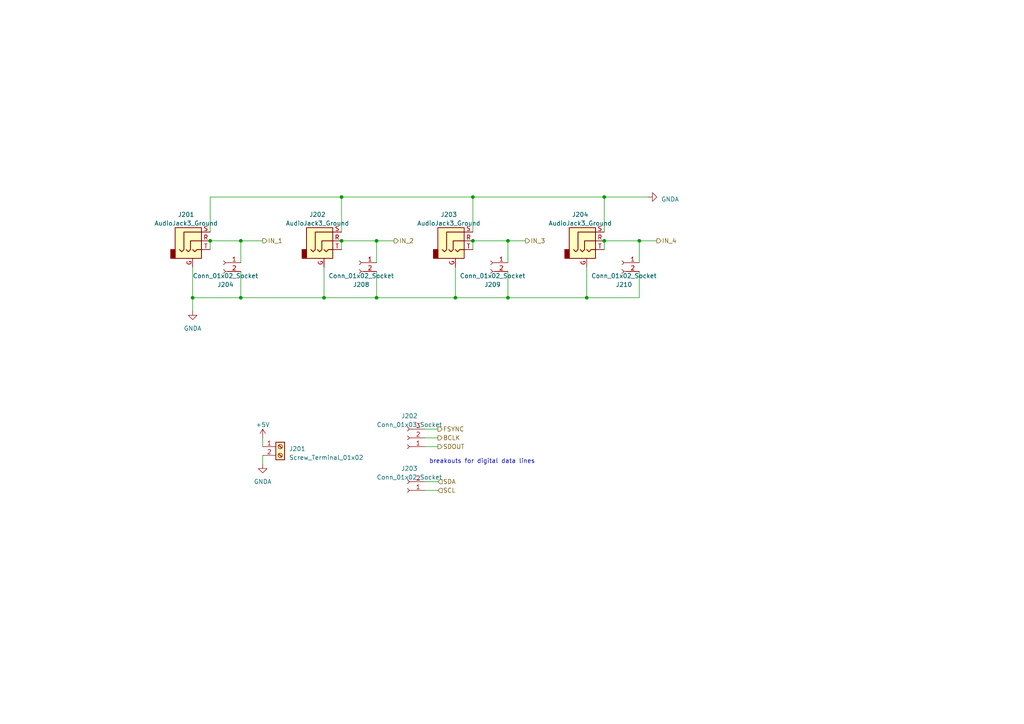
<source format=kicad_sch>
(kicad_sch (version 20230121) (generator eeschema)
  (paper "A4")
  (lib_symbols
    (symbol "Connector:Conn_01x02_Socket" (pin_names (offset 1.016) hide)
      (property "Reference" "J" (at 0 2.54 0))
      (property "Value" "Conn_01x02_Socket" (at 0 -5.08 0))
      (symbol "Conn_01x02_Socket_1_1"
        (arc (start 0 -2.032) (mid -0.5058 -2.54) (end 0 -3.048) (stroke (width 0.1524)))
        (polyline (pts (xy -1.27 -2.54) (xy -0.508 -2.54)) (stroke (width 0.1524)))
        (polyline (pts (xy -1.27 0) (xy -0.508 0)) (stroke (width 0.1524)))
        (arc (start 0 0.508) (mid -0.5058 0) (end 0 -0.508) (stroke (width 0.1524)))
        (pin passive line (at -5.08 0 0) (length 3.81) (name "Pin_1") (number "1"))
        (pin passive line (at -5.08 -2.54 0) (length 3.81) (name "Pin_2") (number "2"))
      )
    )
    (symbol "Connector:Conn_01x03_Socket" (pin_names (offset 1.016) hide)
      (property "Reference" "J" (at 0 5.08 0))
      (property "Value" "Conn_01x03_Socket" (at 0 -5.08 0))
      (symbol "Conn_01x03_Socket_1_1"
        (arc (start 0 -2.032) (mid -0.5058 -2.54) (end 0 -3.048) (stroke (width 0.1524)))
        (polyline (pts (xy -1.27 -2.54) (xy -0.508 -2.54)) (stroke (width 0.1524)))
        (polyline (pts (xy -1.27 0) (xy -0.508 0)) (stroke (width 0.1524)))
        (polyline (pts (xy -1.27 2.54) (xy -0.508 2.54)) (stroke (width 0.1524)))
        (arc (start 0 0.508) (mid -0.5058 0) (end 0 -0.508) (stroke (width 0.1524)))
        (arc (start 0 3.048) (mid -0.5058 2.54) (end 0 2.032) (stroke (width 0.1524)))
        (pin passive line (at -5.08 2.54 0) (length 3.81) (name "Pin_1") (number "1"))
        (pin passive line (at -5.08 0 0) (length 3.81) (name "Pin_2") (number "2"))
        (pin passive line (at -5.08 -2.54 0) (length 3.81) (name "Pin_3") (number "3"))
      )
    )
    (symbol "Connector:Screw_Terminal_01x02" (pin_names (offset 1.016) hide)
      (property "Reference" "J" (at 0 2.54 0))
      (property "Value" "Screw_Terminal_01x02" (at 0 -5.08 0))
      (symbol "Screw_Terminal_01x02_1_1"
        (rectangle (start -1.27 1.27) (end 1.27 -3.81) (stroke (width 0.254)) (fill (type background)))
        (circle (center 0 -2.54) (radius 0.635) (stroke (width 0.1524)))
        (polyline (pts (xy -0.5334 -2.2098) (xy 0.3302 -3.048)) (stroke (width 0.1524)))
        (polyline (pts (xy -0.5334 0.3302) (xy 0.3302 -0.508)) (stroke (width 0.1524)))
        (polyline (pts (xy -0.3556 -2.032) (xy 0.508 -2.8702)) (stroke (width 0.1524)))
        (polyline (pts (xy -0.3556 0.508) (xy 0.508 -0.3302)) (stroke (width 0.1524)))
        (circle (center 0 0) (radius 0.635) (stroke (width 0.1524)))
        (pin passive line (at -5.08 0 0) (length 3.81) (name "Pin_1") (number "1"))
        (pin passive line (at -5.08 -2.54 0) (length 3.81) (name "Pin_2") (number "2"))
      )
    )
    (symbol "Connector_Audio:AudioJack3_Ground"
      (property "Reference" "J" (at 0 8.89 0))
      (property "Value" "AudioJack3_Ground" (at 0 6.35 0))
      (symbol "AudioJack3_Ground_0_1"
        (rectangle (start -5.08 -2.54) (end -6.35 -5.08) (stroke (width 0.254)) (fill (type outline)))
        (polyline (pts (xy 0 -2.54) (xy 0.635 -3.175) (xy 1.27 -2.54) (xy 2.54 -2.54)) (stroke (width 0.254)))
        (polyline (pts (xy -1.905 -2.54) (xy -1.27 -3.175) (xy -0.635 -2.54) (xy -0.635 0) (xy 2.54 0)) (stroke (width 0.254)))
        (polyline (pts (xy 2.54 2.54) (xy -2.54 2.54) (xy -2.54 -2.54) (xy -3.175 -3.175) (xy -3.81 -2.54)) (stroke (width 0.254)))
        (rectangle (start 2.54 3.81) (end -5.08 -5.08) (stroke (width 0.254)) (fill (type background)))
      )
      (symbol "AudioJack3_Ground_1_1"
        (pin passive line (at 0 -7.62 90) (length 2.54) (name "~") (number "G"))
        (pin passive line (at 5.08 0 180) (length 2.54) (name "~") (number "R"))
        (pin passive line (at 5.08 2.54 180) (length 2.54) (name "~") (number "S"))
        (pin passive line (at 5.08 -2.54 180) (length 2.54) (name "~") (number "T"))
      )
    )
    (symbol "power:+5V" (power) (pin_names (offset 0))
      (property "Value" "+5V" (at 0 3.556 0))
      (symbol "+5V_0_1"
        (polyline (pts (xy -0.762 1.27) (xy 0 2.54)))
        (polyline (pts (xy 0 0) (xy 0 2.54)))
        (polyline (pts (xy 0 2.54) (xy 0.762 1.27)))
      )
      (symbol "+5V_1_1"
        (pin power_in line (at 0 0 90) (length 0) hide (name "+5V") (number "1"))
      )
    )
    (symbol "power:GNDA" (power) (pin_names (offset 0))
      (property "Value" "GNDA" (at 0 -3.81 0))
      (symbol "GNDA_0_1"
        (polyline (pts (xy 0 0) (xy 0 -1.27) (xy 1.27 -1.27) (xy 0 -2.54) (xy -1.27 -1.27) (xy 0 -1.27)))
      )
      (symbol "GNDA_1_1"
        (pin power_in line (at 0 0 270) (length 0) hide (name "GNDA") (number "1"))
      )
    )
  )
  (junction (at 93.98 86.36))
  (junction (at 55.88 86.36))
  (junction (at 69.85 86.36))
  (junction (at 175.26 57.15))
  (junction (at 69.85 69.85))
  (junction (at 99.06 57.15))
  (junction (at 99.06 69.85))
  (junction (at 175.26 69.85))
  (junction (at 170.18 86.36))
  (junction (at 137.16 69.85))
  (junction (at 147.32 69.85))
  (junction (at 185.42 69.85))
  (junction (at 109.22 69.85))
  (junction (at 137.16 57.15))
  (junction (at 132.08 86.36))
  (junction (at 60.96 69.85))
  (junction (at 109.22 86.36))
  (junction (at 147.32 86.36))
  (wire (pts (xy 147.32 86.36) (xy 132.08 86.36)))
  (wire (pts (xy 109.22 69.85) (xy 109.22 76.2)))
  (wire (pts (xy 109.22 86.36) (xy 93.98 86.36)))
  (wire (pts (xy 69.85 78.74) (xy 69.85 86.36)))
  (wire (pts (xy 55.88 86.36) (xy 55.88 90.17)))
  (wire (pts (xy 170.18 77.47) (xy 170.18 86.36)))
  (wire (pts (xy 123.19 124.46) (xy 127 124.46)))
  (wire (pts (xy 60.96 69.85) (xy 69.85 69.85)))
  (wire (pts (xy 123.19 139.7) (xy 127 139.7)))
  (wire (pts (xy 60.96 57.15) (xy 99.06 57.15)))
  (wire (pts (xy 175.26 69.85) (xy 185.42 69.85)))
  (wire (pts (xy 137.16 69.85) (xy 147.32 69.85)))
  (wire (pts (xy 123.19 129.54) (xy 127 129.54)))
  (wire (pts (xy 109.22 69.85) (xy 114.3 69.85)))
  (wire (pts (xy 147.32 69.85) (xy 147.32 76.2)))
  (wire (pts (xy 147.32 78.74) (xy 147.32 86.36)))
  (wire (pts (xy 137.16 67.31) (xy 137.16 57.15)))
  (wire (pts (xy 175.26 67.31) (xy 175.26 57.15)))
  (wire (pts (xy 69.85 86.36) (xy 93.98 86.36)))
  (wire (pts (xy 99.06 69.85) (xy 109.22 69.85)))
  (wire (pts (xy 170.18 86.36) (xy 147.32 86.36)))
  (wire (pts (xy 123.19 142.24) (xy 127 142.24)))
  (wire (pts (xy 76.2 127) (xy 76.2 129.54)))
  (wire (pts (xy 99.06 69.85) (xy 99.06 72.39)))
  (wire (pts (xy 60.96 69.85) (xy 60.96 72.39)))
  (wire (pts (xy 76.2 132.08) (xy 76.2 134.62)))
  (wire (pts (xy 175.26 69.85) (xy 175.26 72.39)))
  (wire (pts (xy 137.16 57.15) (xy 175.26 57.15)))
  (wire (pts (xy 99.06 57.15) (xy 137.16 57.15)))
  (wire (pts (xy 147.32 69.85) (xy 152.4 69.85)))
  (wire (pts (xy 185.42 69.85) (xy 185.42 76.2)))
  (wire (pts (xy 137.16 69.85) (xy 137.16 72.39)))
  (wire (pts (xy 93.98 77.47) (xy 93.98 86.36)))
  (wire (pts (xy 132.08 77.47) (xy 132.08 86.36)))
  (wire (pts (xy 99.06 57.15) (xy 99.06 67.31)))
  (wire (pts (xy 109.22 78.74) (xy 109.22 86.36)))
  (wire (pts (xy 185.42 78.74) (xy 185.42 86.36)))
  (wire (pts (xy 55.88 77.47) (xy 55.88 86.36)))
  (wire (pts (xy 132.08 86.36) (xy 109.22 86.36)))
  (wire (pts (xy 69.85 69.85) (xy 69.85 76.2)))
  (wire (pts (xy 185.42 69.85) (xy 190.5 69.85)))
  (wire (pts (xy 123.19 127) (xy 127 127)))
  (wire (pts (xy 175.26 57.15) (xy 187.96 57.15)))
  (wire (pts (xy 55.88 86.36) (xy 69.85 86.36)))
  (wire (pts (xy 69.85 69.85) (xy 76.2 69.85)))
  (wire (pts (xy 60.96 67.31) (xy 60.96 57.15)))
  (wire (pts (xy 185.42 86.36) (xy 170.18 86.36)))
  (text "breakouts for digital data lines" (at 124.46 134.62 0) (effects (font (size 1.27 1.27)) (justify left bottom)))
  (hierarchical_label "IN_2" (shape output) (at 114.3 69.85 0))
  (hierarchical_label "SDA" (shape input) (at 127 139.7 0))
  (hierarchical_label "SDOUT" (shape output) (at 127 129.54 0))
  (hierarchical_label "IN_3" (shape output) (at 152.4 69.85 0))
  (hierarchical_label "SCL" (shape input) (at 127 142.24 0))
  (hierarchical_label "IN_1" (shape output) (at 76.2 69.85 0))
  (hierarchical_label "FSYNC" (shape output) (at 127 124.46 0))
  (hierarchical_label "IN_4" (shape output) (at 190.5 69.85 0))
  (hierarchical_label "BCLK" (shape output) (at 127 127 0))
  (symbol (lib_id "Connector_Audio:AudioJack3_Ground") (at 55.88 69.85 0) (unit 1)
    (property "Reference" "J201" (at 53.975 62.23 0))
    (property "Value" "AudioJack3_Ground" (at 53.975 64.77 0))
    (instances (project "hydrophone board" (path "" (reference "J201") (unit 1)) (path "" (reference "J501") (unit 1))))
  )
  (symbol (lib_id "Connector:Conn_01x03_Socket") (at 118.11 127 180) (unit 1)
    (property "Reference" "J202" (at 118.745 120.65 0))
    (property "Value" "Conn_01x03_Socket" (at 118.745 123.19 0))
  )
  (symbol (lib_id "Connector:Conn_01x02_Socket") (at 180.34 76.2 0) (mirror y) (unit 1)
    (property "Reference" "J210" (at 180.975 82.55 0))
    (property "Value" "Conn_01x02_Socket" (at 180.975 80.01 0))
  )
  (symbol (lib_id "Connector_Audio:AudioJack3_Ground") (at 93.98 69.85 0) (unit 1)
    (property "Reference" "J202" (at 92.075 62.23 0))
    (property "Value" "AudioJack3_Ground" (at 92.075 64.77 0))
    (instances (project "hydrophone board" (path "" (reference "J202") (unit 1)) (path "" (reference "J502") (unit 1))))
  )
  (symbol (lib_id "Connector:Conn_01x02_Socket") (at 142.24 76.2 0) (mirror y) (unit 1)
    (property "Reference" "J209" (at 142.875 82.55 0))
    (property "Value" "Conn_01x02_Socket" (at 142.875 80.01 0))
  )
  (symbol (lib_id "Connector_Audio:AudioJack3_Ground") (at 132.08 69.85 0) (unit 1)
    (property "Reference" "J203" (at 130.175 62.23 0))
    (property "Value" "AudioJack3_Ground" (at 130.175 64.77 0))
    (instances (project "hydrophone board" (path "" (reference "J203") (unit 1)) (path "" (reference "J503") (unit 1))))
  )
  (symbol (lib_id "Connector:Screw_Terminal_01x02") (at 81.28 129.54 0) (unit 1)
    (property "Reference" "J201" (at 83.82 130.175 0) (effects (justify left)))
    (property "Value" "Screw_Terminal_01x02" (at 83.82 132.715 0) (effects (justify left)))
  )
  (symbol (lib_id "power:GNDA") (at 187.96 57.15 90) (unit 1)
    (property "Reference" "#PWR0601" (effects hide))
    (property "Value" "GNDA" (at 191.77 57.785 90) (effects (justify right)))
  )
  (symbol (lib_id "power:+5V") (at 76.2 127 0) (unit 1)
    (property "Reference" "#PWR0215" (effects hide))
    (property "Value" "+5V" (at 76.2 123.19 0))
  )
  (symbol (lib_id "Connector:Conn_01x02_Socket") (at 118.11 142.24 180) (unit 1)
    (property "Reference" "J203" (at 118.745 135.89 0))
    (property "Value" "Conn_01x02_Socket" (at 118.745 138.43 0))
  )
  (symbol (lib_id "Connector_Audio:AudioJack3_Ground") (at 170.18 69.85 0) (unit 1)
    (property "Reference" "J204" (at 168.275 62.23 0))
    (property "Value" "AudioJack3_Ground" (at 168.275 64.77 0))
    (instances (project "hydrophone board" (path "" (reference "J204") (unit 1)) (path "" (reference "J504") (unit 1))))
  )
  (symbol (lib_id "Connector:Conn_01x02_Socket") (at 64.77 76.2 0) (mirror y) (unit 1)
    (property "Reference" "J204" (at 65.405 82.55 0))
    (property "Value" "Conn_01x02_Socket" (at 65.405 80.01 0))
  )
  (symbol (lib_id "power:GNDA") (at 76.2 134.62 0) (unit 1)
    (property "Reference" "#PWR0216" (effects hide))
    (property "Value" "GNDA" (at 76.2 139.7 0))
  )
  (symbol (lib_id "power:GNDA") (at 55.88 90.17 0) (unit 1)
    (property "Reference" "#PWR0602" (effects hide))
    (property "Value" "GNDA" (at 55.88 95.25 0))
  )
  (symbol (lib_id "Connector:Conn_01x02_Socket") (at 104.14 76.2 0) (mirror y) (unit 1)
    (property "Reference" "J208" (at 104.775 82.55 0))
    (property "Value" "Conn_01x02_Socket" (at 104.775 80.01 0))
  )
)
</source>
